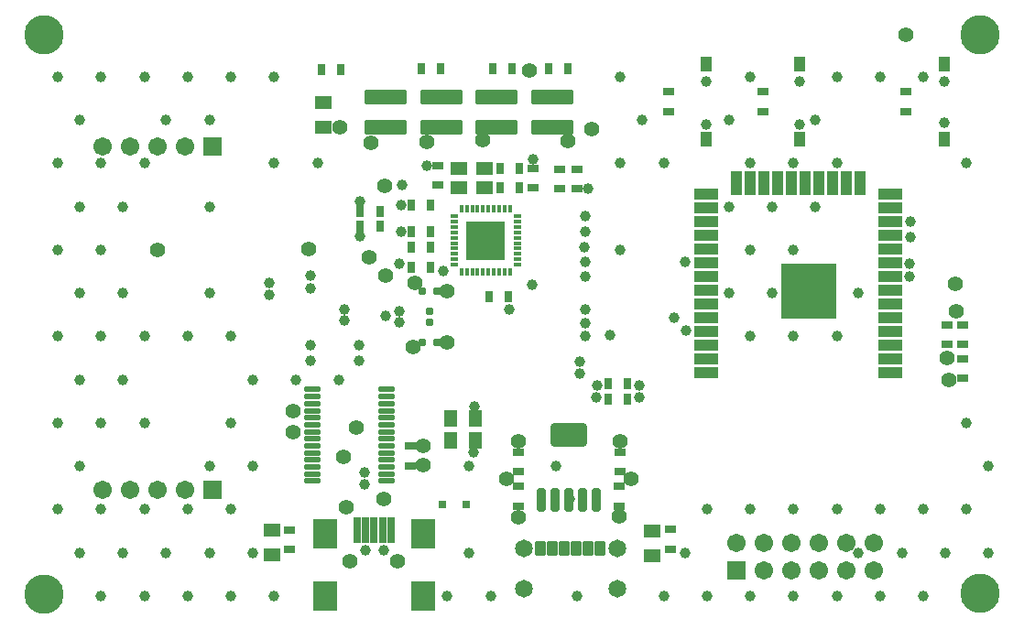
<source format=gts>
G04*
G04 #@! TF.GenerationSoftware,Altium Limited,Altium Designer,22.4.2 (48)*
G04*
G04 Layer_Color=8388736*
%FSTAX24Y24*%
%MOIN*%
G70*
G04*
G04 #@! TF.SameCoordinates,36F0A17D-9E63-4542-9A5D-60F15C5BBE16*
G04*
G04*
G04 #@! TF.FilePolarity,Negative*
G04*
G01*
G75*
G04:AMPARAMS|DCode=39|XSize=40.9mil|YSize=52.8mil|CornerRadius=4.5mil|HoleSize=0mil|Usage=FLASHONLY|Rotation=180.000|XOffset=0mil|YOffset=0mil|HoleType=Round|Shape=RoundedRectangle|*
%AMROUNDEDRECTD39*
21,1,0.0409,0.0437,0,0,180.0*
21,1,0.0319,0.0528,0,0,180.0*
1,1,0.0091,-0.0159,0.0219*
1,1,0.0091,0.0159,0.0219*
1,1,0.0091,0.0159,-0.0219*
1,1,0.0091,-0.0159,-0.0219*
%
%ADD39ROUNDEDRECTD39*%
%ADD40R,0.0630X0.0474*%
%ADD41R,0.0434X0.0316*%
%ADD42R,0.0395X0.0552*%
%ADD43R,0.2049X0.2049*%
%ADD44R,0.0867X0.0434*%
%ADD45R,0.0434X0.0867*%
%ADD46R,0.0277X0.0966*%
%ADD47R,0.0867X0.1064*%
%ADD48R,0.0474X0.0630*%
G04:AMPARAMS|DCode=49|XSize=143.3mil|YSize=143.3mil|CornerRadius=6.2mil|HoleSize=0mil|Usage=FLASHONLY|Rotation=0.000|XOffset=0mil|YOffset=0mil|HoleType=Round|Shape=RoundedRectangle|*
%AMROUNDEDRECTD49*
21,1,0.1433,0.1309,0,0,0.0*
21,1,0.1309,0.1433,0,0,0.0*
1,1,0.0124,0.0655,-0.0655*
1,1,0.0124,-0.0655,-0.0655*
1,1,0.0124,-0.0655,0.0655*
1,1,0.0124,0.0655,0.0655*
%
%ADD49ROUNDEDRECTD49*%
G04:AMPARAMS|DCode=50|XSize=14.2mil|YSize=29.1mil|CornerRadius=3mil|HoleSize=0mil|Usage=FLASHONLY|Rotation=90.000|XOffset=0mil|YOffset=0mil|HoleType=Round|Shape=RoundedRectangle|*
%AMROUNDEDRECTD50*
21,1,0.0142,0.0232,0,0,90.0*
21,1,0.0082,0.0291,0,0,90.0*
1,1,0.0059,0.0116,0.0041*
1,1,0.0059,0.0116,-0.0041*
1,1,0.0059,-0.0116,-0.0041*
1,1,0.0059,-0.0116,0.0041*
%
%ADD50ROUNDEDRECTD50*%
G04:AMPARAMS|DCode=51|XSize=14.2mil|YSize=29.1mil|CornerRadius=3mil|HoleSize=0mil|Usage=FLASHONLY|Rotation=0.000|XOffset=0mil|YOffset=0mil|HoleType=Round|Shape=RoundedRectangle|*
%AMROUNDEDRECTD51*
21,1,0.0142,0.0232,0,0,0.0*
21,1,0.0082,0.0291,0,0,0.0*
1,1,0.0059,0.0041,-0.0116*
1,1,0.0059,-0.0041,-0.0116*
1,1,0.0059,-0.0041,0.0116*
1,1,0.0059,0.0041,0.0116*
%
%ADD51ROUNDEDRECTD51*%
G04:AMPARAMS|DCode=52|XSize=85.6mil|YSize=32.4mil|CornerRadius=7.1mil|HoleSize=0mil|Usage=FLASHONLY|Rotation=90.000|XOffset=0mil|YOffset=0mil|HoleType=Round|Shape=RoundedRectangle|*
%AMROUNDEDRECTD52*
21,1,0.0856,0.0183,0,0,90.0*
21,1,0.0715,0.0324,0,0,90.0*
1,1,0.0141,0.0092,0.0357*
1,1,0.0141,0.0092,-0.0357*
1,1,0.0141,-0.0092,-0.0357*
1,1,0.0141,-0.0092,0.0357*
%
%ADD52ROUNDEDRECTD52*%
G04:AMPARAMS|DCode=53|XSize=85.6mil|YSize=132.4mil|CornerRadius=13.7mil|HoleSize=0mil|Usage=FLASHONLY|Rotation=90.000|XOffset=0mil|YOffset=0mil|HoleType=Round|Shape=RoundedRectangle|*
%AMROUNDEDRECTD53*
21,1,0.0856,0.1050,0,0,90.0*
21,1,0.0582,0.1324,0,0,90.0*
1,1,0.0274,0.0525,0.0291*
1,1,0.0274,0.0525,-0.0291*
1,1,0.0274,-0.0525,-0.0291*
1,1,0.0274,-0.0525,0.0291*
%
%ADD53ROUNDEDRECTD53*%
%ADD54R,0.0316X0.0434*%
%ADD55O,0.0611X0.0218*%
G04:AMPARAMS|DCode=56|XSize=24mil|YSize=29.1mil|CornerRadius=3.7mil|HoleSize=0mil|Usage=FLASHONLY|Rotation=180.000|XOffset=0mil|YOffset=0mil|HoleType=Round|Shape=RoundedRectangle|*
%AMROUNDEDRECTD56*
21,1,0.0240,0.0218,0,0,180.0*
21,1,0.0167,0.0291,0,0,180.0*
1,1,0.0074,-0.0083,0.0109*
1,1,0.0074,0.0083,0.0109*
1,1,0.0074,0.0083,-0.0109*
1,1,0.0074,-0.0083,-0.0109*
%
%ADD56ROUNDEDRECTD56*%
%ADD57R,0.0277X0.0277*%
G04:AMPARAMS|DCode=58|XSize=52.8mil|YSize=151.2mil|CornerRadius=5.1mil|HoleSize=0mil|Usage=FLASHONLY|Rotation=90.000|XOffset=0mil|YOffset=0mil|HoleType=Round|Shape=RoundedRectangle|*
%AMROUNDEDRECTD58*
21,1,0.0528,0.1409,0,0,90.0*
21,1,0.0425,0.1512,0,0,90.0*
1,1,0.0102,0.0705,0.0213*
1,1,0.0102,0.0705,-0.0213*
1,1,0.0102,-0.0705,-0.0213*
1,1,0.0102,-0.0705,0.0213*
%
%ADD58ROUNDEDRECTD58*%
%ADD59R,0.0592X0.0513*%
%ADD60C,0.0671*%
%ADD61R,0.0671X0.0671*%
%ADD62C,0.0646*%
%ADD63C,0.1433*%
%ADD64C,0.0395*%
%ADD65C,0.0552*%
%ADD66C,0.0291*%
D39*
X049071Y023792D02*
D03*
X049504D02*
D03*
X049937D02*
D03*
X05037D02*
D03*
X050804D02*
D03*
X051237D02*
D03*
D40*
X05311Y023521D02*
D03*
Y024421D02*
D03*
X039272Y023549D02*
D03*
X041162Y0391D02*
D03*
Y04D02*
D03*
X039272Y024449D02*
D03*
D41*
X053799Y023757D02*
D03*
X053799Y024472D02*
D03*
X064437Y029967D02*
D03*
X064437Y030682D02*
D03*
X06237Y040406D02*
D03*
X06237Y039691D02*
D03*
X053728Y040406D02*
D03*
X053728Y039691D02*
D03*
X064437Y031207D02*
D03*
X064437Y031922D02*
D03*
X063846Y031198D02*
D03*
X063846Y031913D02*
D03*
X057154Y039691D02*
D03*
X057154Y040406D02*
D03*
X039931Y023737D02*
D03*
X051949Y027277D02*
D03*
X051949Y026562D02*
D03*
X048248D02*
D03*
X048248Y027277D02*
D03*
X048267Y025312D02*
D03*
X048267Y026027D02*
D03*
X051917Y025312D02*
D03*
X051917Y026027D02*
D03*
X044311Y026784D02*
D03*
X044311Y027499D02*
D03*
X039931Y024452D02*
D03*
X050374Y036862D02*
D03*
X050374Y037577D02*
D03*
X049744Y036862D02*
D03*
X049744Y037577D02*
D03*
X045315Y037D02*
D03*
X045315Y037715D02*
D03*
X048799Y037617D02*
D03*
X048799Y036902D02*
D03*
D42*
X063768Y038664D02*
D03*
Y04142D02*
D03*
X058492Y038664D02*
D03*
Y04142D02*
D03*
X055099Y038664D02*
D03*
Y04142D02*
D03*
D43*
X058829Y033129D02*
D03*
D44*
X055089Y030176D02*
D03*
Y030676D02*
D03*
Y031176D02*
D03*
Y031676D02*
D03*
Y032176D02*
D03*
Y032676D02*
D03*
Y033176D02*
D03*
Y033676D02*
D03*
Y034176D02*
D03*
Y034676D02*
D03*
Y035176D02*
D03*
Y035676D02*
D03*
Y036176D02*
D03*
Y036676D02*
D03*
X061782D02*
D03*
Y036176D02*
D03*
Y035676D02*
D03*
Y035176D02*
D03*
Y034676D02*
D03*
Y034176D02*
D03*
Y033676D02*
D03*
Y033176D02*
D03*
Y032676D02*
D03*
Y032176D02*
D03*
Y031676D02*
D03*
Y031176D02*
D03*
Y030676D02*
D03*
Y030176D02*
D03*
D45*
X056185Y03707D02*
D03*
X056685D02*
D03*
X057185D02*
D03*
X057685D02*
D03*
X058185D02*
D03*
X058685D02*
D03*
X059185D02*
D03*
X059685D02*
D03*
X060185D02*
D03*
X060685D02*
D03*
D46*
X043622Y024452D02*
D03*
X043312Y024447D02*
D03*
X043002Y024442D02*
D03*
X042692Y024437D02*
D03*
X042382Y024432D02*
D03*
D47*
X044774Y024312D02*
D03*
X044772Y022052D02*
D03*
X041229D02*
D03*
X04123Y024312D02*
D03*
D48*
X046689Y028505D02*
D03*
X046689Y027705D02*
D03*
X045789D02*
D03*
X045789Y028505D02*
D03*
D49*
X047065Y034991D02*
D03*
D50*
X045923Y035877D02*
D03*
Y03568D02*
D03*
Y035483D02*
D03*
Y035286D02*
D03*
Y035089D02*
D03*
Y034892D02*
D03*
Y034695D02*
D03*
Y034499D02*
D03*
Y034302D02*
D03*
Y034105D02*
D03*
X048206D02*
D03*
Y034302D02*
D03*
Y034499D02*
D03*
Y034695D02*
D03*
Y034892D02*
D03*
Y035089D02*
D03*
Y035286D02*
D03*
Y035483D02*
D03*
Y03568D02*
D03*
Y035877D02*
D03*
D51*
X046179Y033849D02*
D03*
X046376D02*
D03*
X046573D02*
D03*
X046769D02*
D03*
X046966D02*
D03*
X047163D02*
D03*
X04736D02*
D03*
X047557D02*
D03*
X047754D02*
D03*
X047951D02*
D03*
Y036132D02*
D03*
X047754D02*
D03*
X047557D02*
D03*
X04736D02*
D03*
X047163D02*
D03*
X046966D02*
D03*
X046769D02*
D03*
X046573D02*
D03*
X046376D02*
D03*
X046179D02*
D03*
D52*
X049099Y025532D02*
D03*
X049599D02*
D03*
X050099D02*
D03*
X050599D02*
D03*
X051099D02*
D03*
D53*
X050099Y027899D02*
D03*
D54*
X042504Y035495D02*
D03*
X043219Y035495D02*
D03*
X042504Y036046D02*
D03*
X043219Y036046D02*
D03*
X048298Y037621D02*
D03*
X047583Y037621D02*
D03*
X04934Y041243D02*
D03*
X050055Y041243D02*
D03*
X048023Y041243D02*
D03*
X047308Y041243D02*
D03*
X041802Y041204D02*
D03*
X041087Y041204D02*
D03*
X048298Y036912D02*
D03*
X047583Y036912D02*
D03*
X05151Y029218D02*
D03*
X052225Y029218D02*
D03*
X05151Y029768D02*
D03*
X052225Y029768D02*
D03*
X047189Y032936D02*
D03*
X047904Y032936D02*
D03*
X045055Y036282D02*
D03*
X04434Y036282D02*
D03*
X045055Y035298D02*
D03*
X04434Y035298D02*
D03*
X045055Y033999D02*
D03*
X04434Y033999D02*
D03*
X044709Y041243D02*
D03*
X045424Y041243D02*
D03*
X045055Y034747D02*
D03*
X04434Y034747D02*
D03*
D55*
X043465Y028025D02*
D03*
Y02828D02*
D03*
X040748Y02956D02*
D03*
Y029304D02*
D03*
Y029048D02*
D03*
Y028792D02*
D03*
Y028536D02*
D03*
Y02828D02*
D03*
Y028025D02*
D03*
Y027769D02*
D03*
Y027513D02*
D03*
Y027257D02*
D03*
Y027001D02*
D03*
Y026745D02*
D03*
Y026489D02*
D03*
Y026233D02*
D03*
X043465Y02956D02*
D03*
Y029304D02*
D03*
Y029048D02*
D03*
Y028792D02*
D03*
Y028536D02*
D03*
Y027769D02*
D03*
Y027513D02*
D03*
Y027257D02*
D03*
Y027001D02*
D03*
Y026745D02*
D03*
Y026489D02*
D03*
Y026233D02*
D03*
D56*
X04502Y032011D02*
D03*
X045276Y031263D02*
D03*
X044764D02*
D03*
X04502Y032404D02*
D03*
X044764Y033153D02*
D03*
X045276D02*
D03*
D57*
X045492Y025377D02*
D03*
X046358D02*
D03*
D58*
X043438Y0402D02*
D03*
Y039098D02*
D03*
X045453Y0402D02*
D03*
Y039098D02*
D03*
X047461Y0402D02*
D03*
Y039098D02*
D03*
X049482Y0402D02*
D03*
Y039098D02*
D03*
D59*
X046103Y036912D02*
D03*
X047008D02*
D03*
Y037621D02*
D03*
X046103D02*
D03*
D60*
X061197Y023989D02*
D03*
Y022989D02*
D03*
X060197Y023989D02*
D03*
Y022989D02*
D03*
X059197Y023989D02*
D03*
Y022989D02*
D03*
X058197Y023989D02*
D03*
Y022989D02*
D03*
X057197Y023989D02*
D03*
Y022989D02*
D03*
X056197Y023989D02*
D03*
X036128Y038396D02*
D03*
X035128D02*
D03*
X034128D02*
D03*
X033128D02*
D03*
X036124Y025916D02*
D03*
X035124D02*
D03*
X034124D02*
D03*
X033124D02*
D03*
D61*
X056197Y022989D02*
D03*
X037128Y038396D02*
D03*
X037124Y025916D02*
D03*
D62*
X051855Y023792D02*
D03*
X048441D02*
D03*
X051855D02*
D03*
Y022296D02*
D03*
X048441D02*
D03*
D63*
X065047Y042478D02*
D03*
Y022129D02*
D03*
X030992Y042472D02*
D03*
Y022104D02*
D03*
D64*
X064567Y037795D02*
D03*
Y028346D02*
D03*
X065354Y026772D02*
D03*
X064567Y025197D02*
D03*
X065354Y023622D02*
D03*
X062992Y040945D02*
D03*
Y025197D02*
D03*
X06378Y023622D02*
D03*
X062992Y022047D02*
D03*
X061417Y040945D02*
D03*
Y025197D02*
D03*
X062205Y023622D02*
D03*
X061417Y022047D02*
D03*
X059843Y040945D02*
D03*
Y037795D02*
D03*
X06063Y033071D02*
D03*
X059843Y031496D02*
D03*
Y025197D02*
D03*
X06063Y023622D02*
D03*
X059843Y022047D02*
D03*
X059055Y03937D02*
D03*
X058268Y037795D02*
D03*
X059055Y03622D02*
D03*
X058268Y034646D02*
D03*
Y031496D02*
D03*
Y025197D02*
D03*
Y022047D02*
D03*
X056693Y040945D02*
D03*
Y037795D02*
D03*
X05748Y03622D02*
D03*
X056693Y034646D02*
D03*
X05748Y033071D02*
D03*
X056693Y031496D02*
D03*
Y025197D02*
D03*
Y022047D02*
D03*
X055906Y03937D02*
D03*
Y03622D02*
D03*
Y033071D02*
D03*
X055118Y025197D02*
D03*
Y022047D02*
D03*
X053543Y037795D02*
D03*
X054331Y023622D02*
D03*
X053543Y022047D02*
D03*
X051968Y040945D02*
D03*
X052756Y03937D02*
D03*
X051968Y037795D02*
D03*
Y034646D02*
D03*
X050394Y022047D02*
D03*
X049606Y026772D02*
D03*
X047244Y022047D02*
D03*
X046457Y026772D02*
D03*
Y023622D02*
D03*
X045669Y022047D02*
D03*
X040945Y037795D02*
D03*
X041732Y029921D02*
D03*
X03937Y040945D02*
D03*
Y037795D02*
D03*
X040157Y029921D02*
D03*
X03937Y022047D02*
D03*
X037795Y040945D02*
D03*
Y031496D02*
D03*
X038583Y029921D02*
D03*
X037795Y028346D02*
D03*
X038583Y026772D02*
D03*
X037795Y025197D02*
D03*
X038583Y023622D02*
D03*
X037795Y022047D02*
D03*
X03622Y040945D02*
D03*
X037008Y03937D02*
D03*
Y03622D02*
D03*
Y033071D02*
D03*
X03622Y031496D02*
D03*
X037008Y026772D02*
D03*
X03622Y025197D02*
D03*
X037008Y023622D02*
D03*
X03622Y022047D02*
D03*
X034646Y040945D02*
D03*
X035433Y03937D02*
D03*
X034646Y037795D02*
D03*
Y031496D02*
D03*
Y028346D02*
D03*
Y025197D02*
D03*
X035433Y023622D02*
D03*
X034646Y022047D02*
D03*
X033071Y040945D02*
D03*
Y037795D02*
D03*
X033858Y03622D02*
D03*
X033071Y034646D02*
D03*
X033858Y033071D02*
D03*
X033071Y031496D02*
D03*
X033858Y029921D02*
D03*
X033071Y028346D02*
D03*
Y025197D02*
D03*
X033858Y023622D02*
D03*
X033071Y022047D02*
D03*
X031496Y040945D02*
D03*
X032283Y03937D02*
D03*
X031496Y037795D02*
D03*
X032283Y03622D02*
D03*
X031496Y034646D02*
D03*
X032283Y033071D02*
D03*
X031496Y031496D02*
D03*
X032283Y029921D02*
D03*
X031496Y028346D02*
D03*
X032283Y026772D02*
D03*
X031496Y025197D02*
D03*
X032283Y023622D02*
D03*
X050657Y034741D02*
D03*
X047914Y032464D02*
D03*
X062528Y035667D02*
D03*
Y035115D02*
D03*
X063768Y040785D02*
D03*
X058492Y04077D02*
D03*
X063748Y039269D02*
D03*
X0625Y034156D02*
D03*
X062492Y033676D02*
D03*
X055099Y039196D02*
D03*
X054311Y034196D02*
D03*
X054351Y031696D02*
D03*
X053906Y032163D02*
D03*
X055079Y040771D02*
D03*
X058502Y039195D02*
D03*
X051583Y031533D02*
D03*
X050697Y033659D02*
D03*
X050687Y032491D02*
D03*
Y03421D02*
D03*
X050672Y031513D02*
D03*
Y031985D02*
D03*
X050687Y035863D02*
D03*
Y035312D02*
D03*
X039193Y033015D02*
D03*
Y033444D02*
D03*
X0425Y035141D02*
D03*
Y036401D02*
D03*
X04191Y032475D02*
D03*
Y03206D02*
D03*
X046639Y028954D02*
D03*
X046634Y027267D02*
D03*
X052658Y029708D02*
D03*
X04876Y033369D02*
D03*
X044016Y037011D02*
D03*
X050099Y027877D02*
D03*
X050122Y025588D02*
D03*
X042461Y030613D02*
D03*
X051103Y029275D02*
D03*
X051122Y029708D02*
D03*
X052658Y029275D02*
D03*
X050492Y030141D02*
D03*
Y030574D02*
D03*
X050778Y036862D02*
D03*
X042461Y031164D02*
D03*
X040689Y033251D02*
D03*
Y031164D02*
D03*
Y030613D02*
D03*
Y033723D02*
D03*
X043366Y023723D02*
D03*
X042697D02*
D03*
X043917Y032424D02*
D03*
X042658Y026125D02*
D03*
Y026558D02*
D03*
X043406Y032227D02*
D03*
X043917Y032D02*
D03*
X044917Y037715D02*
D03*
X048799Y037936D02*
D03*
X045532Y033881D02*
D03*
X043917Y034156D02*
D03*
X043996Y036282D02*
D03*
Y035298D02*
D03*
D65*
X063906Y029899D02*
D03*
X06235Y042478D02*
D03*
X064181Y032418D02*
D03*
X064142Y033403D02*
D03*
X063866Y030706D02*
D03*
X042136Y023296D02*
D03*
X043868D02*
D03*
X035126Y034643D02*
D03*
X040638Y034682D02*
D03*
X045669Y033153D02*
D03*
X050906Y039058D02*
D03*
X042815Y034373D02*
D03*
X044429Y031125D02*
D03*
X048642Y041164D02*
D03*
X052355Y026295D02*
D03*
X044498Y033458D02*
D03*
X040069Y028782D02*
D03*
X040049Y028025D02*
D03*
X047813Y026295D02*
D03*
X042343Y028172D02*
D03*
X041891Y027099D02*
D03*
X044774Y026794D02*
D03*
X051939Y02768D02*
D03*
X048248Y02767D02*
D03*
X051917Y024927D02*
D03*
X048267Y024906D02*
D03*
X044784Y027503D02*
D03*
X041988Y025259D02*
D03*
X043366Y025574D02*
D03*
X043383Y036974D02*
D03*
X045669Y031263D02*
D03*
X043406Y033723D02*
D03*
X041769Y0391D02*
D03*
X050059Y038605D02*
D03*
X046949Y038645D02*
D03*
X042894Y038527D02*
D03*
X044921Y038566D02*
D03*
D66*
X046828Y034754D02*
D03*
Y035227D02*
D03*
X047301Y035227D02*
D03*
Y034754D02*
D03*
M02*

</source>
